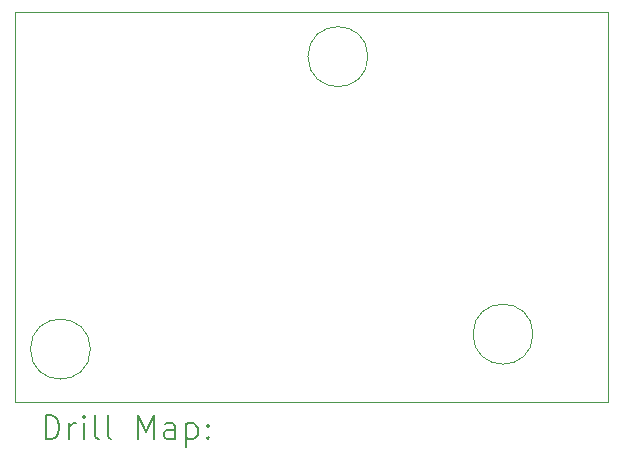
<source format=gbr>
%TF.GenerationSoftware,KiCad,Pcbnew,7.0.9-7.0.9~ubuntu22.04.1*%
%TF.CreationDate,2023-12-22T13:52:17+00:00*%
%TF.ProjectId,wifi_temp_sensor,77696669-5f74-4656-9d70-5f73656e736f,rev?*%
%TF.SameCoordinates,Original*%
%TF.FileFunction,Drillmap*%
%TF.FilePolarity,Positive*%
%FSLAX45Y45*%
G04 Gerber Fmt 4.5, Leading zero omitted, Abs format (unit mm)*
G04 Created by KiCad (PCBNEW 7.0.9-7.0.9~ubuntu22.04.1) date 2023-12-22 13:52:17*
%MOMM*%
%LPD*%
G01*
G04 APERTURE LIST*
%ADD10C,0.100000*%
%ADD11C,0.200000*%
G04 APERTURE END LIST*
D10*
X20828000Y-5334000D02*
G75*
G03*
X20828000Y-5334000I-254000J0D01*
G01*
X19431000Y-2984500D02*
G75*
G03*
X19431000Y-2984500I-254000J0D01*
G01*
X17081500Y-5461000D02*
G75*
G03*
X17081500Y-5461000I-254000J0D01*
G01*
X21463000Y-5905500D02*
X21463000Y-3683000D01*
X21399500Y-5905500D02*
X21463000Y-5905500D01*
X16446500Y-5905500D02*
X21399500Y-5905500D01*
X16446500Y-2603500D02*
X16446500Y-5905500D01*
X21463000Y-2603500D02*
X16446500Y-2603500D01*
X21463000Y-3683000D02*
X21463000Y-2603500D01*
D11*
X16702277Y-6221984D02*
X16702277Y-6021984D01*
X16702277Y-6021984D02*
X16749896Y-6021984D01*
X16749896Y-6021984D02*
X16778467Y-6031508D01*
X16778467Y-6031508D02*
X16797515Y-6050555D01*
X16797515Y-6050555D02*
X16807039Y-6069603D01*
X16807039Y-6069603D02*
X16816563Y-6107698D01*
X16816563Y-6107698D02*
X16816563Y-6136269D01*
X16816563Y-6136269D02*
X16807039Y-6174365D01*
X16807039Y-6174365D02*
X16797515Y-6193412D01*
X16797515Y-6193412D02*
X16778467Y-6212460D01*
X16778467Y-6212460D02*
X16749896Y-6221984D01*
X16749896Y-6221984D02*
X16702277Y-6221984D01*
X16902277Y-6221984D02*
X16902277Y-6088650D01*
X16902277Y-6126746D02*
X16911801Y-6107698D01*
X16911801Y-6107698D02*
X16921324Y-6098174D01*
X16921324Y-6098174D02*
X16940372Y-6088650D01*
X16940372Y-6088650D02*
X16959420Y-6088650D01*
X17026086Y-6221984D02*
X17026086Y-6088650D01*
X17026086Y-6021984D02*
X17016563Y-6031508D01*
X17016563Y-6031508D02*
X17026086Y-6041031D01*
X17026086Y-6041031D02*
X17035610Y-6031508D01*
X17035610Y-6031508D02*
X17026086Y-6021984D01*
X17026086Y-6021984D02*
X17026086Y-6041031D01*
X17149896Y-6221984D02*
X17130848Y-6212460D01*
X17130848Y-6212460D02*
X17121324Y-6193412D01*
X17121324Y-6193412D02*
X17121324Y-6021984D01*
X17254658Y-6221984D02*
X17235610Y-6212460D01*
X17235610Y-6212460D02*
X17226086Y-6193412D01*
X17226086Y-6193412D02*
X17226086Y-6021984D01*
X17483229Y-6221984D02*
X17483229Y-6021984D01*
X17483229Y-6021984D02*
X17549896Y-6164841D01*
X17549896Y-6164841D02*
X17616563Y-6021984D01*
X17616563Y-6021984D02*
X17616563Y-6221984D01*
X17797515Y-6221984D02*
X17797515Y-6117222D01*
X17797515Y-6117222D02*
X17787991Y-6098174D01*
X17787991Y-6098174D02*
X17768944Y-6088650D01*
X17768944Y-6088650D02*
X17730848Y-6088650D01*
X17730848Y-6088650D02*
X17711801Y-6098174D01*
X17797515Y-6212460D02*
X17778467Y-6221984D01*
X17778467Y-6221984D02*
X17730848Y-6221984D01*
X17730848Y-6221984D02*
X17711801Y-6212460D01*
X17711801Y-6212460D02*
X17702277Y-6193412D01*
X17702277Y-6193412D02*
X17702277Y-6174365D01*
X17702277Y-6174365D02*
X17711801Y-6155317D01*
X17711801Y-6155317D02*
X17730848Y-6145793D01*
X17730848Y-6145793D02*
X17778467Y-6145793D01*
X17778467Y-6145793D02*
X17797515Y-6136269D01*
X17892753Y-6088650D02*
X17892753Y-6288650D01*
X17892753Y-6098174D02*
X17911801Y-6088650D01*
X17911801Y-6088650D02*
X17949896Y-6088650D01*
X17949896Y-6088650D02*
X17968944Y-6098174D01*
X17968944Y-6098174D02*
X17978467Y-6107698D01*
X17978467Y-6107698D02*
X17987991Y-6126746D01*
X17987991Y-6126746D02*
X17987991Y-6183888D01*
X17987991Y-6183888D02*
X17978467Y-6202936D01*
X17978467Y-6202936D02*
X17968944Y-6212460D01*
X17968944Y-6212460D02*
X17949896Y-6221984D01*
X17949896Y-6221984D02*
X17911801Y-6221984D01*
X17911801Y-6221984D02*
X17892753Y-6212460D01*
X18073705Y-6202936D02*
X18083229Y-6212460D01*
X18083229Y-6212460D02*
X18073705Y-6221984D01*
X18073705Y-6221984D02*
X18064182Y-6212460D01*
X18064182Y-6212460D02*
X18073705Y-6202936D01*
X18073705Y-6202936D02*
X18073705Y-6221984D01*
X18073705Y-6098174D02*
X18083229Y-6107698D01*
X18083229Y-6107698D02*
X18073705Y-6117222D01*
X18073705Y-6117222D02*
X18064182Y-6107698D01*
X18064182Y-6107698D02*
X18073705Y-6098174D01*
X18073705Y-6098174D02*
X18073705Y-6117222D01*
M02*

</source>
